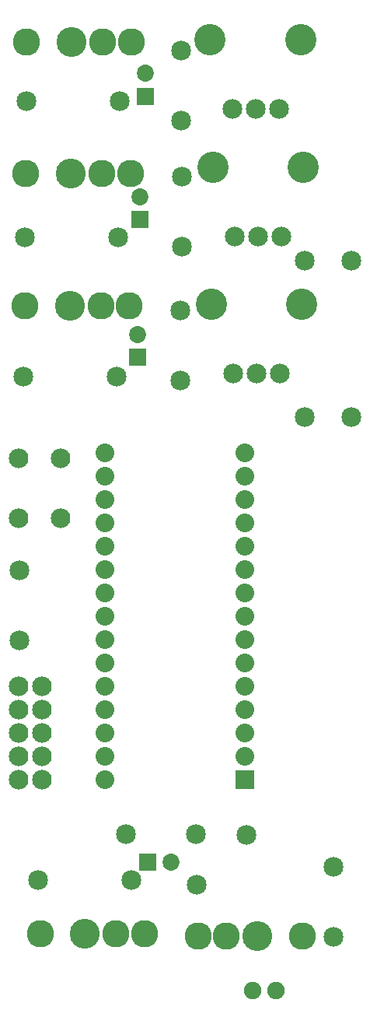
<source format=gbs>
G04 MADE WITH FRITZING*
G04 WWW.FRITZING.ORG*
G04 DOUBLE SIDED*
G04 HOLES PLATED*
G04 CONTOUR ON CENTER OF CONTOUR VECTOR*
%ASAXBY*%
%FSLAX23Y23*%
%MOIN*%
%OFA0B0*%
%SFA1.0B1.0*%
%ADD10C,0.084000*%
%ADD11C,0.085000*%
%ADD12C,0.075000*%
%ADD13C,0.117087*%
%ADD14C,0.128110*%
%ADD15C,0.084667*%
%ADD16C,0.084695*%
%ADD17C,0.134033*%
%ADD18C,0.080000*%
%ADD19C,0.072992*%
%ADD20R,0.079972X0.080000*%
%ADD21R,0.072992X0.072992*%
%LNMASK0*%
G90*
G70*
G54D10*
X97Y2104D03*
X97Y2360D03*
X275Y2104D03*
X275Y2360D03*
G54D11*
X579Y551D03*
X179Y551D03*
X515Y2709D03*
X115Y2709D03*
X523Y3307D03*
X123Y3307D03*
X531Y3888D03*
X131Y3888D03*
X1523Y3207D03*
X1323Y3207D03*
X1523Y2536D03*
X1323Y2536D03*
X98Y1880D03*
X98Y1580D03*
X1072Y746D03*
X860Y534D03*
X1446Y609D03*
X1446Y309D03*
G54D12*
X1101Y78D03*
X1201Y78D03*
G54D13*
X636Y322D03*
X514Y322D03*
X188Y322D03*
G54D14*
X381Y322D03*
G54D13*
X571Y3014D03*
X449Y3014D03*
X122Y3014D03*
G54D14*
X316Y3014D03*
G54D13*
X575Y3579D03*
X453Y3579D03*
X126Y3579D03*
G54D14*
X319Y3578D03*
G54D13*
X579Y4144D03*
X457Y4144D03*
X130Y4144D03*
G54D14*
X324Y4144D03*
G54D13*
X865Y314D03*
X987Y314D03*
X1314Y314D03*
G54D14*
X1120Y314D03*
G54D15*
X1016Y2724D03*
X1116Y2724D03*
G54D16*
X1216Y2724D03*
G54D17*
X922Y3019D03*
X1310Y3019D03*
G54D15*
X1023Y3309D03*
X1123Y3309D03*
G54D16*
X1223Y3309D03*
G54D17*
X929Y3605D03*
X1317Y3605D03*
G54D15*
X1012Y3857D03*
X1112Y3857D03*
G54D16*
X1212Y3857D03*
G54D17*
X917Y4153D03*
X1306Y4153D03*
G54D18*
X1067Y982D03*
X1067Y1082D03*
X1067Y1182D03*
X1067Y1282D03*
X1067Y1382D03*
X1067Y1482D03*
X1067Y1582D03*
X1067Y1682D03*
X1067Y1782D03*
X1067Y1882D03*
X1067Y1982D03*
X1067Y2082D03*
X1067Y2182D03*
X1067Y2282D03*
X1067Y2382D03*
X467Y982D03*
X467Y1082D03*
X467Y1182D03*
X467Y1282D03*
X467Y1382D03*
X467Y1482D03*
X467Y1582D03*
X467Y1682D03*
X467Y1782D03*
X467Y1882D03*
X467Y1982D03*
X467Y2082D03*
X467Y2182D03*
X467Y2282D03*
X467Y2382D03*
G54D11*
X857Y748D03*
X557Y748D03*
X790Y2694D03*
X790Y2994D03*
X797Y3265D03*
X797Y3565D03*
X793Y3805D03*
X793Y4105D03*
G54D19*
X649Y628D03*
X748Y628D03*
X607Y2791D03*
X607Y2889D03*
X616Y3382D03*
X616Y3480D03*
X641Y3910D03*
X641Y4008D03*
G54D10*
X96Y1381D03*
X196Y1381D03*
X96Y1281D03*
X196Y1281D03*
X96Y1181D03*
X196Y1181D03*
X96Y1081D03*
X196Y1081D03*
X96Y981D03*
X196Y981D03*
G54D20*
X1067Y982D03*
G54D21*
X649Y628D03*
X607Y2791D03*
X616Y3382D03*
X641Y3910D03*
G04 End of Mask0*
M02*
</source>
